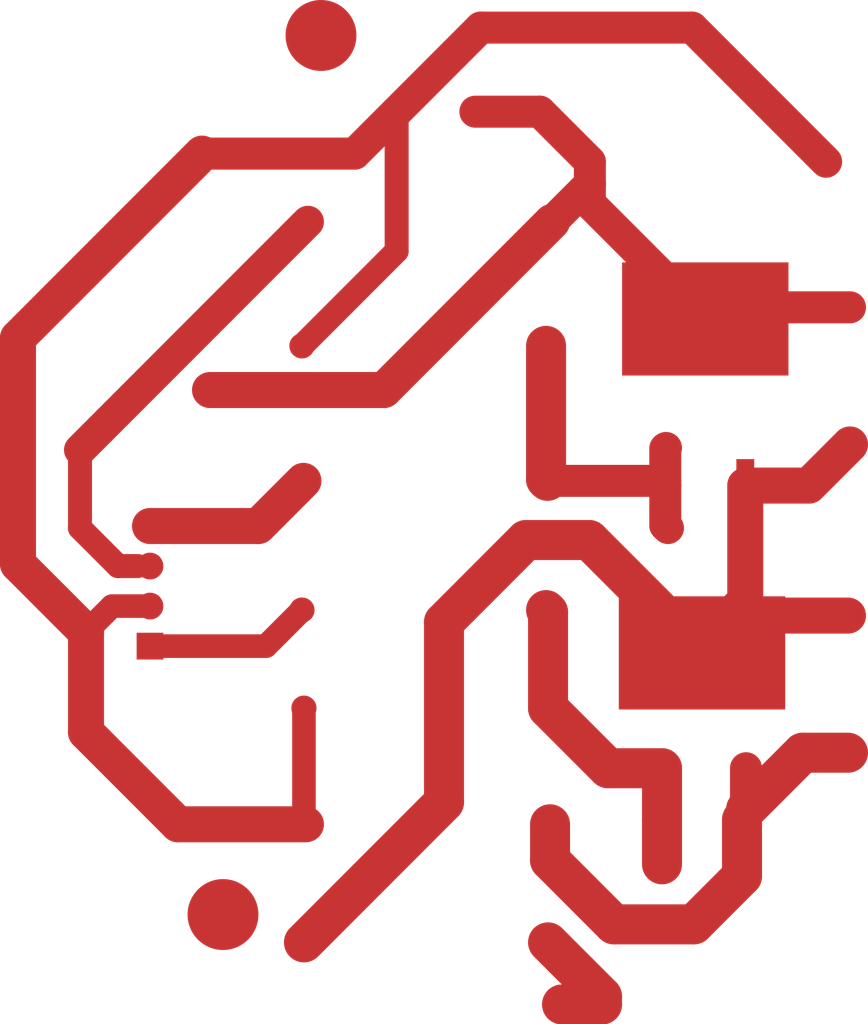
<source format=kicad_pcb>
(kicad_pcb
	(version 20240108)
	(generator "pcbnew")
	(generator_version "8.0")
	(general
		(thickness 1.6)
		(legacy_teardrops no)
	)
	(paper "A4")
	(layers
		(0 "F.Cu" signal)
		(31 "B.Cu" signal)
		(32 "B.Adhes" user "B.Adhesive")
		(33 "F.Adhes" user "F.Adhesive")
		(34 "B.Paste" user)
		(35 "F.Paste" user)
		(36 "B.SilkS" user "B.Silkscreen")
		(37 "F.SilkS" user "F.Silkscreen")
		(38 "B.Mask" user)
		(39 "F.Mask" user)
		(40 "Dwgs.User" user "User.Drawings")
		(41 "Cmts.User" user "User.Comments")
		(42 "Eco1.User" user "User.Eco1")
		(43 "Eco2.User" user "User.Eco2")
		(44 "Edge.Cuts" user)
	)
	(setup
		(pad_to_mask_clearance 0)
		(allow_soldermask_bridges_in_footprints no)
		(pcbplotparams
			(layerselection 0x00010fc_ffffffff)
			(plot_on_all_layers_selection 0x0000000_00000000)
			(disableapertmacros no)
			(usegerberextensions no)
			(usegerberattributes yes)
			(usegerberadvancedattributes yes)
			(creategerberjobfile yes)
			(dashed_line_dash_ratio 12.000000)
			(dashed_line_gap_ratio 3.000000)
			(svgprecision 4)
			(plotframeref no)
			(viasonmask no)
			(mode 1)
			(useauxorigin no)
			(hpglpennumber 1)
			(hpglpenspeed 20)
			(hpglpendiameter 15.000000)
			(pdf_front_fp_property_popups yes)
			(pdf_back_fp_property_popups yes)
			(dxfpolygonmode yes)
			(dxfimperialunits yes)
			(dxfusepcbnewfont yes)
			(psnegative no)
			(psa4output no)
			(plotreference yes)
			(plotvalue yes)
			(plotfptext yes)
			(plotinvisibletext no)
			(sketchpadsonfab no)
			(subtractmaskfromsilk no)
			(outputformat 1)
			(mirror no)
			(drillshape 1)
			(scaleselection 1)
			(outputdirectory "")
		)
	)
	(net 0 "")
	(gr_circle
		(center 70.68975 -30.03721)
		(end 71.58975 -30.03721)
		(stroke
			(width 0)
			(type solid)
		)
		(fill solid)
		(layer "F.Cu")
		(uuid "06a591dc-6444-4944-b887-06937b1959dc")
	)
	(gr_circle
		(center 37.09787 -55.9861)
		(end 39.34787 -55.9861)
		(stroke
			(width 0)
			(type solid)
		)
		(fill solid)
		(layer "F.Cu")
		(uuid "1134e528-48c5-488b-b1eb-3cfc0124860c")
	)
	(gr_circle
		(center 70.68975 -38.73721)
		(end 71.58975 -38.73721)
		(stroke
			(width 0)
			(type solid)
		)
		(fill solid)
		(layer "F.Cu")
		(uuid "11f7e722-fcf1-4065-a63e-53e9ac51f475")
	)
	(gr_circle
		(center 36.0157 -13.30521)
		(end 36.8157 -13.30521)
		(stroke
			(width 0)
			(type solid)
		)
		(fill solid)
		(layer "F.Cu")
		(uuid "13b14de2-8c34-4047-946d-6245712eef0d")
	)
	(gr_circle
		(center 26.23975 -19.78221)
		(end 27.08975 -19.78221)
		(stroke
			(width 0)
			(type solid)
		)
		(fill solid)
		(layer "F.Cu")
		(uuid "15f9cba9-5c21-43a4-ab51-fb8092dcb011")
	)
	(gr_circle
		(center 69.17286 -47.97621)
		(end 70.07286 -47.97621)
		(stroke
			(width 0)
			(type solid)
		)
		(fill solid)
		(layer "F.Cu")
		(uuid "1d1dab1c-1a43-405c-aa3c-d0ffc46baf3f")
	)
	(gr_circle
		(center 41.90139 -51.15121)
		(end 42.80139 -51.15121)
		(stroke
			(width 0)
			(type solid)
		)
		(fill solid)
		(layer "F.Cu")
		(uuid "1f2266c0-b3e3-49c7-a56c-9510900600b4")
	)
	(gr_circle
		(center 36.2697 -44.16621)
		(end 37.0697 -44.16621)
		(stroke
			(width 0)
			(type solid)
		)
		(fill solid)
		(layer "F.Cu")
		(uuid "2e40056c-cee3-478b-b53d-3e22ef476da4")
	)
	(gr_poly
		(pts
			(xy 59.31883 -7.92079) (xy 58.18482 -7.92079) (xy 58.18482 -4.56225) (xy 59.31883 -4.56225)
		)
		(stroke
			(width 0)
			(type solid)
		)
		(fill solid)
		(layer "F.Cu")
		(uuid "369e10ca-1057-4591-8b33-03e374f02b89")
	)
	(gr_circle
		(center 36.0157 1.55379)
		(end 36.8157 1.55379)
		(stroke
			(width 0)
			(type solid)
		)
		(fill solid)
		(layer "F.Cu")
		(uuid "40c4001c-8934-4831-9aef-6df5372a6fe2")
	)
	(gr_circle
		(center 51.3888 -36.29221)
		(end 52.1888 -36.29221)
		(stroke
			(width 0)
			(type solid)
		)
		(fill solid)
		(layer "F.Cu")
		(uuid "49d4e5f1-e872-47ed-9de7-e7bdb51ce47f")
	)
	(gr_circle
		(center 70.56275 -19.17921)
		(end 71.46275 -19.17921)
		(stroke
			(width 0)
			(type solid)
		)
		(fill solid)
		(layer "F.Cu")
		(uuid "4ebfd36d-9f7e-4c89-8fee-d2e4ea115f45")
	)
	(gr_poly
		(pts
			(xy 66.57503 -20.40326) (xy 56.00863 -20.40326) (xy 56.00863 -13.22273) (xy 66.57503 -13.22273)
		)
		(stroke
			(width 0)
			(type solid)
		)
		(fill solid)
		(layer "F.Cu")
		(uuid "55c91bf2-d9a9-44f8-9e8f-94d534bb3901")
	)
	(gr_circle
		(center 51.7698 -44.16621)
		(end 52.5698 -44.16621)
		(stroke
			(width 0)
			(type solid)
		)
		(fill solid)
		(layer "F.Cu")
		(uuid "5653de89-814e-4683-be62-2de9ade2b949")
	)
	(gr_poly
		(pts
			(xy 59.527 -29.10779) (xy 58.39299 -29.10779) (xy 58.39299 -25.74925) (xy 59.527 -25.74925)
		)
		(stroke
			(width 0)
			(type solid)
		)
		(fill solid)
		(layer "F.Cu")
		(uuid "5b46c625-dff0-4554-957d-2b7c3185ca0a")
	)
	(gr_circle
		(center 51.6428 -5.93921)
		(end 52.4428 -5.93921)
		(stroke
			(width 0)
			(type solid)
		)
		(fill solid)
		(layer "F.Cu")
		(uuid "5c937c05-3f83-49de-b450-6319aca924a9")
	)
	(gr_circle
		(center 36.1427 -5.93921)
		(end 36.9427 -5.93921)
		(stroke
			(width 0)
			(type solid)
		)
		(fill solid)
		(layer "F.Cu")
		(uuid "5cb94943-c343-4a52-99b3-f8dad84deffa")
	)
	(gr_poly
		(pts
			(xy 27.08975 -18.09221) (xy 25.38975 -18.09221) (xy 25.38975 -16.39221) (xy 27.08975 -16.39221)
		)
		(stroke
			(width 0)
			(type solid)
		)
		(fill solid)
		(layer "F.Cu")
		(uuid "67038330-57d0-4f79-b96c-11afb671e47d")
	)
	(gr_circle
		(center 26.23975 -24.86221)
		(end 27.08975 -24.86221)
		(stroke
			(width 0)
			(type solid)
		)
		(fill solid)
		(layer "F.Cu")
		(uuid "67a7d969-b862-461b-a2de-a09a40c8fb50")
	)
	(gr_circle
		(center 51.5158 -13.30521)
		(end 52.3158 -13.30521)
		(stroke
			(width 0)
			(type solid)
		)
		(fill solid)
		(layer "F.Cu")
		(uuid "6f6c5fe6-553e-42f4-b9fc-4cc9f1bf7d44")
	)
	(gr_circle
		(center 30.04975 -33.4911)
		(end 30.94975 -33.4911)
		(stroke
			(width 0)
			(type solid)
		)
		(fill solid)
		(layer "F.Cu")
		(uuid "7b60f036-cdaa-43c1-944e-270a9e9d01d4")
	)
	(gr_poly
		(pts
			(xy 64.39883 -7.92079) (xy 63.26482 -7.92079) (xy 63.26482 -4.56225) (xy 64.39883 -4.56225)
		)
		(stroke
			(width 0)
			(type solid)
		)
		(fill solid)
		(layer "F.Cu")
		(uuid "7d9c4620-2a56-44ff-9538-572f4038c672")
	)
	(gr_circle
		(center 52.40175 5.49079)
		(end 53.30175 5.49079)
		(stroke
			(width 0)
			(type solid)
		)
		(fill solid)
		(layer "F.Cu")
		(uuid "840790f6-5743-4386-91f7-6e8ad449af31")
	)
	(gr_poly
		(pts
			(xy 64.607 -29.10779) (xy 63.47299 -29.10779) (xy 63.47299 -25.74925) (xy 64.607 -25.74925)
		)
		(stroke
			(width 0)
			(type solid)
		)
		(fill solid)
		(layer "F.Cu")
		(uuid "847b5d5f-d084-457a-8f47-d2d739bcdb76")
	)
	(gr_circle
		(center 35.8887 -19.52821)
		(end 36.6887 -19.52821)
		(stroke
			(width 0)
			(type solid)
		)
		(fill solid)
		(layer "F.Cu")
		(uuid "868cdeda-0f8e-4b99-9a6b-30c95132ab94")
	)
	(gr_poly
		(pts
			(xy 55.84175 4.59079) (xy 54.04175 4.59079) (xy 54.04175 6.39079) (xy 55.84175 6.39079)
		)
		(stroke
			(width 0)
			(type solid)
		)
		(fill solid)
		(layer "F.Cu")
		(uuid "8b2555d9-0e5d-4b94-9ca1-3a16ea0b9ee8")
	)
	(gr_circle
		(center 30.87487 -0.21138)
		(end 33.12487 -0.21138)
		(stroke
			(width 0)
			(type solid)
		)
		(fill solid)
		(layer "F.Cu")
		(uuid "93a472c9-8567-400f-ad2f-cc9820e894ca")
	)
	(gr_circle
		(center 54.17264 -47.97621)
		(end 55.07264 -47.97621)
		(stroke
			(width 0)
			(type solid)
		)
		(fill solid)
		(layer "F.Cu")
		(uuid "982cdce7-1551-4f1d-985a-1fc250ff49dd")
	)
	(gr_circle
		(center 26.23975 -22.32221)
		(end 27.08975 -22.32221)
		(stroke
			(width 0)
			(type solid)
		)
		(fill solid)
		(layer "F.Cu")
		(uuid "a429dd40-3b1e-4e24-ba5a-69883535244d")
	)
	(gr_circle
		(center 51.4841 -27.7272)
		(end 52.2841 -27.7272)
		(stroke
			(width 0)
			(type solid)
		)
		(fill solid)
		(layer "F.Cu")
		(uuid "a8997acc-a537-45fb-ae7b-6f0fe5366e5f")
	)
	(gr_circle
		(center 51.3888 -19.52821)
		(end 52.1888 -19.52821)
		(stroke
			(width 0)
			(type solid)
		)
		(fill solid)
		(layer "F.Cu")
		(uuid "b1e1929b-4fe3-45e1-ba9a-2ce4d24318e6")
	)
	(gr_circle
		(center 46.90011 -51.15121)
		(end 47.80011 -51.15121)
		(stroke
			(width 0)
			(type solid)
		)
		(fill solid)
		(layer "F.Cu")
		(uuid "bbbe85b7-689a-48c2-a5ef-bdab1cf731a6")
	)
	(gr_circle
		(center 70.56275 -10.47921)
		(end 71.46275 -10.47921)
		(stroke
			(width 0)
			(type solid)
		)
		(fill solid)
		(layer "F.Cu")
		(uuid "c97dea8d-1fe6-42d3-8d66-7d8c07130b9f")
	)
	(gr_circle
		(center 35.984 -27.7272)
		(end 36.784 -27.7272)
		(stroke
			(width 0)
			(type solid)
		)
		(fill solid)
		(layer "F.Cu")
		(uuid "c985c6e5-db1b-45cc-8a29-b93e39844f18")
	)
	(gr_poly
		(pts
			(xy 66.7832 -41.59026) (xy 56.2168 -41.59026) (xy 56.2168 -34.40973) (xy 66.7832 -34.40973)
		)
		(stroke
			(width 0)
			(type solid)
		)
		(fill solid)
		(layer "F.Cu")
		(uuid "cd76fea2-03ee-44d0-b1c8-2a767bb12784")
	)
	(gr_circle
		(center 35.8887 -36.29221)
		(end 36.6887 -36.29221)
		(stroke
			(width 0)
			(type solid)
		)
		(fill solid)
		(layer "F.Cu")
		(uuid "d727642b-7b45-4abc-ae66-6deedb45bb9d")
	)
	(gr_circle
		(center 51.5158 1.55379)
		(end 52.3158 1.55379)
		(stroke
			(width 0)
			(type solid)
		)
		(fill solid)
		(layer "F.Cu")
		(uuid "e1045fde-c4ff-46f0-9c0a-a71910cc63cd")
	)
	(gr_circle
		(center 30.04975 -48.49132)
		(end 30.94975 -48.49132)
		(stroke
			(width 0)
			(type solid)
		)
		(fill solid)
		(layer "F.Cu")
		(uuid "e3a5281f-6395-4868-9b49-a43a4c0c3460")
	)
	(segment
		(start 62.23721 -38.73721)
		(end 61.5 -38)
		(width 2.032)
		(layer "F.Cu")
		(net 0)
		(uuid "00f44c2d-d822-4e5f-a46a-772925c60a0a")
	)
	(segment
		(start 70.56275 -19.17921)
		(end 63.65804 -19.17921)
		(width 2.286)
		(layer "F.Cu")
		(net 0)
		(uuid "01279b7f-bcd7-4e39-a107-1649f7870e66")
	)
	(segment
		(start 22.17575 -18.13121)
		(end 17.85775 -22.44921)
		(width 2.286)
		(layer "F.Cu")
		(net 0)
		(uuid "0130e746-4006-4012-8cf0-00f2be489a2c")
	)
	(segment
		(start 51.3888 -36.29221)
		(end 51.3888 -27.8225)
		(width 2.54)
		(layer "F.Cu")
		(net 0)
		(uuid "0e7eaf23-3e56-470e-9b4b-7f731ffddefe")
	)
	(segment
		(start 58.96 -24.90796)
		(end 59.13275 -24.73521)
		(width 2.032)
		(layer "F.Cu")
		(net 0)
		(uuid "0fb258bb-82a0-4cd4-a27a-79e6c022a97c")
	)
	(segment
		(start 58.96 -27.42852)
		(end 58.96 -29.76946)
		(width 2.032)
		(layer "F.Cu")
		(net 0)
		(uuid "1550383a-0ee2-4095-b510-2e7ec76f4a23")
	)
	(segment
		(start 60.77162 0.41079)
		(end 63.83183 -2.64942)
		(width 2.54)
		(layer "F.Cu")
		(net 0)
		(uuid "157c78eb-de37-469d-a244-1a4236d09c35")
	)
	(segment
		(start 67.68618 -10.47921)
		(end 70.56275 -10.47921)
		(width 2.54)
		(layer "F.Cu")
		(net 0)
		(uuid "19ac8563-2499-45a9-a017-1eef35db9927")
	)
	(segment
		(start 26.23975 -17.24221)
		(end 33.6027 -17.24221)
		(width 1.4986)
		(layer "F.Cu")
		(net 0)
		(uuid "1ad1a41e-7fe4-484e-902a-00a5b6c2d7ab")
	)
	(segment
		(start 58.75175 -9.49521)
		(end 58.75175 -6.2416)
		(width 2.54)
		(layer "F.Cu")
		(net 0)
		(uuid "2a07d580-2199-4390-a2db-eef72113d5f9")
	)
	(segment
		(start 58.66133 -27.7272)
		(end 58.96 -27.42852)
		(width 2.032)
		(layer "F.Cu")
		(net 0)
		(uuid "2b8a0575-4334-41bd-b3fb-6662ec2eead1")
	)
	(segment
		(start 54.17264 -45.32737)
		(end 61.5 -38)
		(width 2.032)
		(layer "F.Cu")
		(net 0)
		(uuid "2e352f90-1ad7-494b-bc74-337e879cc3e6")
	)
	(segment
		(start 26.23975 -24.86221)
		(end 33.11901 -24.86221)
		(width 2.286)
		(layer "F.Cu")
		(net 0)
		(uuid "331fa237-5299-4b16-a74d-148e4edf8e82")
	)
	(segment
		(start 22.17575 -11.78121)
		(end 22.17575 -18.13121)
		(width 2.286)
		(layer "F.Cu")
		(net 0)
		(uuid "364b11f8-6fbf-4bd8-a2de-115f23d15a27")
	)
	(segment
		(start 24.20775 -22.32221)
		(end 25.46681 -22.32221)
		(width 1.524)
		(layer "F.Cu")
		(net 0)
		(uuid "3dcde5aa-42a4-449c-bf67-469681e0c63a")
	)
	(segment
		(start 62.43475 -18.51221)
		(end 64.04 -20.11746)
		(width 2.286)
		(layer "F.Cu")
		(net 0)
		(uuid "3f697edf-730b-4fb4-992d-cf496d4a8be2")
	)
	(segment
		(start 58.75183 -6.24152)
		(end 58.75183 -3.39921)
		(width 2.54)
		(layer "F.Cu")
		(net 0)
		(uuid "42d4b36b-ff89-4480-9e55-95d61c151d0b")
	)
	(segment
		(start 36.0157 -6.06621)
		(end 36.1427 -5.93921)
		(width 1.4986)
		(layer "F.Cu")
		(net 0)
		(uuid "4358200c-e287-4405-9183-edb1c87d3c0d")
	)
	(segment
		(start 70.68975 -38.73721)
		(end 62.23721 -38.73721)
		(width 2.032)
		(layer "F.Cu")
		(net 0)
		(uuid "47c52f1c-7348-4729-b399-4daeeb920f9a")
	)
	(segment
		(start 35.8887 -36.29221)
		(end 41.90139 -42.3049)
		(width 1.524)
		(layer "F.Cu")
		(net 0)
		(uuid "4d0af9f3-147d-4803-ab10-e1a6ec868dc6")
	)
	(segment
		(start 68.08107 -27.42852)
		(end 70.68975 -30.03721)
		(width 2.286)
		(layer "F.Cu")
		(net 0)
		(uuid "51733c54-8fb8-4684-a748-aff56b9fd41a")
	)
	(segment
		(start 33.11901 -24.86221)
		(end 35.984 -27.7272)
		(width 2.286)
		(layer "F.Cu")
		(net 0)
		(uuid "5354c536-9905-4350-a60d-17b596dd7f01")
	)
	(segment
		(start 63.65804 -19.17921)
		(end 61.29183 -16.813)
		(width 2.286)
		(layer "F.Cu")
		(net 0)
		(uuid "53ae46b0-3af3-4664-bd83-4b195f05c9fa")
	)
	(segment
		(start 29.54886 -48.49132)
		(end 30.04975 -48.49132)
		(width 1.778)
		(layer "F.Cu")
		(net 0)
		(uuid "54589627-ad3d-47c5-804c-6b449fe057ad")
	)
	(segment
		(start 51.5158 1.55379)
		(end 54.94175 4.97974)
		(width 2.54)
		(layer "F.Cu")
		(net 0)
		(uuid "5a0e07a2-c23b-47a1-8e0f-98d36636e908")
	)
	(segment
		(start 64.08575 -9.49521)
		(end 64.08575 -6.87878)
		(width 2.032)
		(layer "F.Cu")
		(net 0)
		(uuid "5b733acd-821a-4ca6-9c20-0b6a4bbc8e3e")
	)
	(segment
		(start 41.90139 -42.3049)
		(end 41.90139 -51.15121)
		(width 1.524)
		(layer "F.Cu")
		(net 0)
		(uuid "5ef452e2-f797-485f-8f52-6279a1e66c6b")
	)
	(segment
		(start 44.90875 -7.33926)
		(end 44.90875 -18.76621)
		(width 2.54)
		(layer "F.Cu")
		(net 0)
		(uuid "633455c6-1fa6-4c54-8314-63235ffa8172")
	)
	(segment
		(start 54.13162 -23.97321)
		(end 61.29183 -16.813)
		(width 2.54)
		(layer "F.Cu")
		(net 0)
		(uuid "671de665-3332-4a6e-9816-c9c977b4fcfd")
	)
	(segment
		(start 30.04975 -48.49132)
		(end 39.2415 -48.49132)
		(width 2.032)
		(layer "F.Cu")
		(net 0)
		(uuid "67e0201b-0d4a-4d16-af3c-b5e5a2f9bb5f")
	)
	(segment
		(start 21.79475 -24.73521)
		(end 21.79475 -29.69126)
		(width 1.524)
		(layer "F.Cu")
		(net 0)
		(uuid "693fb3a7-d0eb-482c-8b08-5144185aad73")
	)
	(segment
		(start 51.6428 -3.65016)
		(end 55.70375 0.41079)
		(width 2.54)
		(layer "F.Cu")
		(net 0)
		(uuid "6b0b4ec1-ab8d-4f85-9034-119cea8c4b25")
	)
	(segment
		(start 36.0157 1.55379)
		(end 44.90875 -7.33926)
		(width 2.54)
		(layer "F.Cu")
		(net 0)
		(uuid "70939ad9-a9e7-47f9-8ed2-119111717fbd")
	)
	(segment
		(start 63.83183 -2.64942)
		(end 63.83183 -6.24152)
		(width 2.54)
		(layer "F.Cu")
		(net 0)
		(uuid "75abf710-cdbb-4528-83ba-849eb81098f8")
	)
	(segment
		(start 54.17264 -47.97621)
		(end 54.17264 -46.56905)
		(width 2.032)
		(layer "F.Cu")
		(net 0)
		(uuid "781064e6-7083-4371-9d80-11fcdb72dc8c")
	)
	(segment
		(start 36.0157 -13.30521)
		(end 36.0157 -6.06621)
		(width 1.4986)
		(layer "F.Cu")
		(net 0)
		(uuid "7f1752da-862a-4638-aea2-1462c948ce7b")
	)
	(segment
		(start 50.11575 -23.97321)
		(end 54.13162 -23.97321)
		(width 2.54)
		(layer "F.Cu")
		(net 0)
		(uuid "81a81b17-e51e-4731-af54-b7f200a907bd")
	)
	(segment
		(start 64.08575 -5.9876)
		(end 63.83183 -6.24152)
		(width 1.524)
		(layer "F.Cu")
		(net 0)
		(uuid "8264190b-4640-44e5-8ef2-69eb78e26137")
	)
	(segment
		(start 58.96 -29.76946)
		(end 59.00575 -29.81521)
		(width 2.032)
		(layer "F.Cu")
		(net 0)
		(uuid "84a7d86a-b60c-4444-ad3e-2dee91636000")
	)
	(segment
		(start 36.1427 -5.93921)
		(end 28.01775 -5.93921)
		(width 2.286)
		(layer "F.Cu")
		(net 0)
		(uuid "85462748-22cc-4f8b-b874-6c65c9470dc5")
	)
	(segment
		(start 46.90011 -51.15121)
		(end 50.99764 -51.15121)
		(width 2.032)
		(layer "F.Cu")
		(net 0)
		(uuid "8734aee4-9aef-4adb-a5d0-7807d5989561")
	)
	(segment
		(start 47.23539 -56.48521)
		(end 60.66386 -56.48521)
		(width 2.032)
		(layer "F.Cu")
		(net 0)
		(uuid "898003d1-6d55-4d5a-9f89-e77639904633")
	)
	(segment
		(start 44.90875 -18.76621)
		(end 50.11575 -23.97321)
		(width 2.54)
		(layer "F.Cu")
		(net 0)
		(uuid "8e980564-90db-40db-9c11-2eeeafcdee2e")
	)
	(segment
		(start 54.94175 4.97974)
		(end 54.94175 5.49079)
		(width 2.54)
		(layer "F.Cu")
		(net 0)
		(uuid "8fb65793-e75c-46f8-9e2c-b7ceacf7f267")
	)
	(segment
		(start 26.23975 -19.78221)
		(end 23.82675 -19.78221)
		(width 1.4986)
		(layer "F.Cu")
		(net 0)
		(uuid "91e589e3-1b6c-4e62-85ac-ae20fd59e63c")
	)
	(segment
		(start 60.66386 -56.48521)
		(end 69.17286 -47.97621)
		(width 2.032)
		(layer "F.Cu")
		(net 0)
		(uuid "962f65e8-1bcb-478c-99f3-a8cfe0dd3d73")
	)
	(segment
		(start 39.2415 -48.49132)
		(end 41.90139 -51.15121)
		(width 2.032)
		(layer "F.Cu")
		(net 0)
		(uuid "98b842ed-f6f4-4dbf-a4d4-738d37a54a91")
	)
	(segment
		(start 51.3888 -27.8225)
		(end 51.4841 -27.7272)
		(width 2.54)
		(layer "F.Cu")
		(net 0)
		(uuid "9f096f88-ab1e-499e-bcf2-e5f29cd5ebb0")
	)
	(segment
		(start 55.3258 -9.49521)
		(end 58.75175 -9.49521)
		(width 2.54)
		(layer "F.Cu")
		(net 0)
		(uuid "a23f774b-be4e-4e49-ba2a-3e31dd641f66")
	)
	(segment
		(start 28.01775 -5.93921)
		(end 22.17575 -11.78121)
		(width 2.286)
		(layer "F.Cu")
		(net 0)
		(uuid "a7fa13d1-8230-4da5-a962-0761c65fedba")
	)
	(segment
		(start 33.6027 -17.24221)
		(end 35.8887 -19.52821)
		(width 1.4986)
		(layer "F.Cu")
		(net 0)
		(uuid "a9faf247-0c81-4d93-b9f8-8f94915c2dd8")
	)
	(segment
		(start 51.5158 -13.30521)
		(end 55.3258 -9.49521)
		(width 2.54)
		(layer "F.Cu")
		(net 0)
		(uuid "b0a84bca-775a-477d-aeae-83c09385d180")
	)
	(segment
		(start 30.04975 -33.4911)
		(end 41.09469 -33.4911)
		(width 2.286)
		(layer "F.Cu")
		(net 0)
		(uuid "ba77506f-67d3-4b83-b87c-df86a6b3442c")
	)
	(segment
		(start 29.54886 -48.49132)
		(end 17.85775 -36.80021)
		(width 2.286)
		(layer "F.Cu")
		(net 0)
		(uuid "bba13e3d-5d01-47ef-ae84-a3af3b71e816")
	)
	(segment
		(start 55.70375 0.41079)
		(end 60.77162 0.41079)
		(width 2.54)
		(layer "F.Cu")
		(net 0)
		(uuid "bbe79c68-b17e-4bc8-b011-0f88da42639e")
	)
	(segment
		(start 51.5158 -19.40121)
		(end 51.3888 -19.52821)
		(width 2.54)
		(layer "F.Cu")
		(net 0)
		(uuid "c1c3a1fa-2e43-4ac0-b86b-65301683fe22")
	)
	(segment
		(start 52.40175 5.49079)
		(end 54.94175 5.49079)
		(width 2.54)
		(layer "F.Cu")
		(net 0)
		(uuid "c45ea736-824f-4571-bf94-a5fabe452fec")
	)
	(segment
		(start 64.08575 -6.87878)
		(end 67.68618 -10.47921)
		(width 2.54)
		(layer "F.Cu")
		(net 0)
		(uuid "c4da9a1a-4f82-4f45-bffa-e13f0e6140a5")
	)
	(segment
		(start 41.09469 -33.4911)
		(end 51.7698 -44.16621)
		(width 2.286)
		(layer "F.Cu")
		(net 0)
		(uuid "c9392ddb-4bed-4b2e-a12c-8724d2bb3192")
	)
	(segment
		(start 36.2697 -44.16621)
		(end 21.79475 -29.69126)
		(width 2.032)
		(layer "F.Cu")
		(net 0)
		(uuid "cce443ae-ff64-4967-b35b-98fab1762498")
	)
	(segment
		(start 51.5158 -13.30521)
		(end 51.5158 -19.40121)
		(width 2.54)
		(layer "F.Cu")
		(net 0)
		(uuid "cd5a9eee-3e4d-48fc-9e0a-12e6ca046d66")
	)
	(segment
		(start 51.4841 -27.7272)
		(end 58.66133 -27.7272)
		(width 2.032)
		(layer "F.Cu")
		(net 0)
		(uuid "d30ef86f-0399-4e6b-8221-9ccff9e83234")
	)
	(segment
		(start 64.04 -27.42852)
		(end 68.08107 -27.42852)
		(width 2.286)
		(layer "F.Cu")
		(net 0)
		(uuid "d7f0fddc-5b90-49f7-ab93-242efab938aa")
	)
	(segment
		(start 54.17264 -46.56905)
		(end 54.17264 -45.32737)
		(width 2.032)
		(layer "F.Cu")
		(net 0)
		(uuid "da285e26-b5b3-4720-bdab-a24bc6e4a793")
	)
	(segment
		(start 50.99764 -51.15121)
		(end 54.17264 -47.97621)
		(width 2.032)
		(layer "F.Cu")
		(net 0)
		(uuid "dbc74d91-b296-4620-ae6b-bf42343844ee")
	)
	(segment
		(start 64.04 -20.11746)
		(end 64.04 -27.42852)
		(width 2.286)
		(layer "F.Cu")
		(net 0)
		(uuid "df8b9b43-6fcc-445b-bc77-be3f9dd61dd5")
	)
	(segment
		(start 23.82675 -19.78221)
		(end 22.17575 -18.13121)
		(width 1.4986)
		(layer "F.Cu")
		(net 0)
		(uuid "e1414061-cd5e-4ec1-9d72-76777a2a4479")
	)
	(segment
		(start 41.90139 -51.15121)
		(end 47.23539 -56.48521)
		(width 2.032)
		(layer "F.Cu")
		(net 0)
		(uuid "e392255e-c9ff-4161-9dc3-d526effa6bdb")
	)
	(segment
		(start 58.96 -27.42852)
		(end 58.96 -24.90796)
		(width 2.032)
		(layer "F.Cu")
		(net 0)
		(uuid "ed95c35c-ae8f-4e36-97e5-dcf0f24fbf94")
	)
	(segment
		(start 64.08575 -6.87878)
		(end 64.08575 -5.9876)
		(width 2.032)
		(layer "F.Cu")
		(net 0)
		(uuid "ee93f4e0-b01a-4a4f-982e-ea21f191c59e")
	)
	(segment
		(start 17.85775 -22.44921)
		(end 17.85775 -36.80021)
		(width 2.286)
		(layer "F.Cu")
		(net 0)
		(uuid "f587b9b6-8ca0-4eec-bddb-345272cb346c")
	)
	(segment
		(start 51.7698 -44.16621)
		(end 54.17264 -46.56905)
		(width 2.032)
		(layer "F.Cu")
		(net 0)
		(uuid "faa4e23c-f7ee-40d0-ac62-7f57bf30941e")
	)
	(segment
		(start 21.79475 -24.73521)
		(end 24.20775 -22.32221)
		(width 1.524)
		(layer "F.Cu")
		(net 0)
		(uuid "fc162bac-2377-4cfa-ba09-0fe95b653a98")
	)
	(segment
		(start 51.6428 -5.93921)
		(end 51.6428 -3.65016)
		(width 2.54)
		(layer "F.Cu")
		(net 0)
		(uuid "fed30836-efc0-4630-80f5-99b42722e686")
	)
)
</source>
